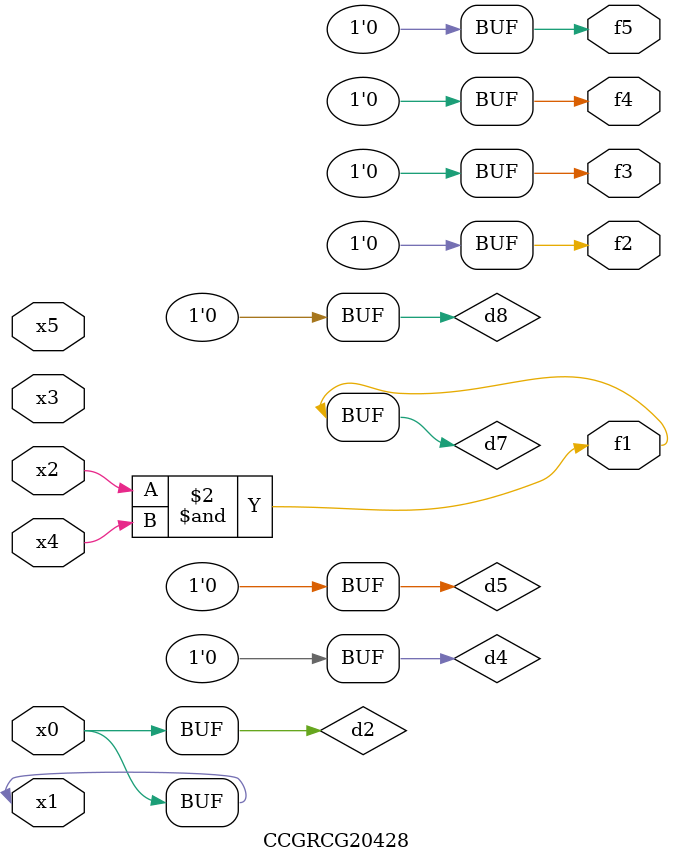
<source format=v>
module CCGRCG20428(
	input x0, x1, x2, x3, x4, x5,
	output f1, f2, f3, f4, f5
);

	wire d1, d2, d3, d4, d5, d6, d7, d8, d9;

	nand (d1, x1);
	buf (d2, x0, x1);
	nand (d3, x2, x4);
	and (d4, d1, d2);
	and (d5, d1, d2);
	nand (d6, d1, d3);
	not (d7, d3);
	xor (d8, d5);
	nor (d9, d5, d6);
	assign f1 = d7;
	assign f2 = d8;
	assign f3 = d8;
	assign f4 = d8;
	assign f5 = d8;
endmodule

</source>
